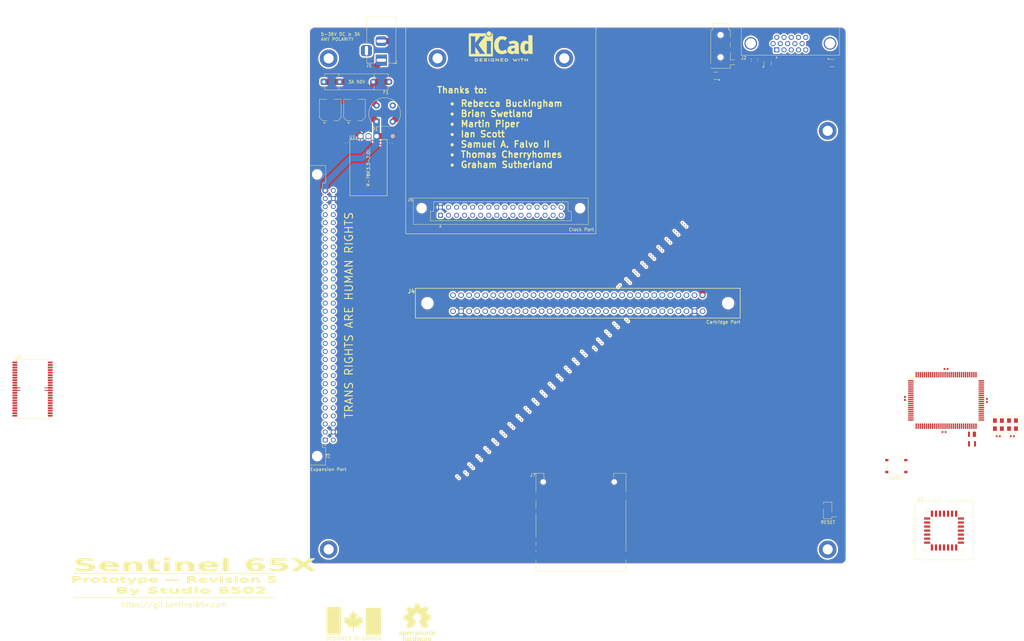
<source format=kicad_pcb>
(kicad_pcb
	(version 20240108)
	(generator "pcbnew")
	(generator_version "8.0")
	(general
		(thickness 1.6)
		(legacy_teardrops no)
	)
	(paper "B")
	(layers
		(0 "F.Cu" signal)
		(1 "In1.Cu" signal)
		(2 "In2.Cu" signal)
		(3 "In3.Cu" signal)
		(4 "In4.Cu" signal)
		(31 "B.Cu" signal)
		(32 "B.Adhes" user "B.Adhesive")
		(33 "F.Adhes" user "F.Adhesive")
		(34 "B.Paste" user)
		(35 "F.Paste" user)
		(36 "B.SilkS" user "B.Silkscreen")
		(37 "F.SilkS" user "F.Silkscreen")
		(38 "B.Mask" user)
		(39 "F.Mask" user)
		(40 "Dwgs.User" user "User.Drawings")
		(41 "Cmts.User" user "User.Comments")
		(42 "Eco1.User" user "User.Eco1")
		(43 "Eco2.User" user "User.Eco2")
		(44 "Edge.Cuts" user)
		(45 "Margin" user)
		(46 "B.CrtYd" user "B.Courtyard")
		(47 "F.CrtYd" user "F.Courtyard")
		(48 "B.Fab" user)
		(49 "F.Fab" user)
		(50 "User.1" user)
		(51 "User.2" user)
		(52 "User.3" user)
		(53 "User.4" user)
		(54 "User.5" user)
		(55 "User.6" user)
		(56 "User.7" user)
		(57 "User.8" user)
		(58 "User.9" user)
	)
	(setup
		(stackup
			(layer "F.SilkS"
				(type "Top Silk Screen")
				(color "White")
			)
			(layer "F.Paste"
				(type "Top Solder Paste")
			)
			(layer "F.Mask"
				(type "Top Solder Mask")
				(color "Red")
				(thickness 0.01)
			)
			(layer "F.Cu"
				(type "copper")
				(thickness 0.035)
			)
			(layer "dielectric 1"
				(type "prepreg")
				(color "FR4 natural")
				(thickness 0.1)
				(material "FR4")
				(epsilon_r 4.5)
				(loss_tangent 0.02)
			)
			(layer "In1.Cu"
				(type "copper")
				(thickness 0.035)
			)
			(layer "dielectric 2"
				(type "core")
				(color "FR4 natural")
				(thickness 0.535)
				(material "FR4")
				(epsilon_r 4.5)
				(loss_tangent 0.02)
			)
			(layer "In2.Cu"
				(type "copper")
				(thickness 0.035)
			)
			(layer "dielectric 3"
				(type "prepreg")
				(color "FR4 natural")
				(thickness 0.1)
				(material "FR4")
				(epsilon_r 4.5)
				(loss_tangent 0.02)
			)
			(layer "In3.Cu"
				(type "copper")
				(thickness 0.035)
			)
			(layer "dielectric 4"
				(type "core")
				(color "FR4 natural")
				(thickness 0.535)
				(material "FR4")
				(epsilon_r 4.5)
				(loss_tangent 0.02)
			)
			(layer "In4.Cu"
				(type "copper")
				(thickness 0.035)
			)
			(layer "dielectric 5"
				(type "prepreg")
				(thickness 0.1)
				(material "FR4")
				(epsilon_r 4.5)
				(loss_tangent 0.02)
			)
			(layer "B.Cu"
				(type "copper")
				(thickness 0.035)
			)
			(layer "B.Mask"
				(type "Bottom Solder Mask")
				(color "Red")
				(thickness 0.01)
			)
			(layer "B.Paste"
				(type "Bottom Solder Paste")
			)
			(layer "B.SilkS"
				(type "Bottom Silk Screen")
				(color "White")
			)
			(copper_finish "None")
			(dielectric_constraints no)
		)
		(pad_to_mask_clearance 0)
		(allow_soldermask_bridges_in_footprints no)
		(grid_origin 171.505 132.313214)
		(pcbplotparams
			(layerselection 0x00010fc_ffffffff)
			(plot_on_all_layers_selection 0x0000000_00000000)
			(disableapertmacros no)
			(usegerberextensions no)
			(usegerberattributes yes)
			(usegerberadvancedattributes yes)
			(creategerberjobfile yes)
			(dashed_line_dash_ratio 12.000000)
			(dashed_line_gap_ratio 3.000000)
			(svgprecision 4)
			(plotframeref no)
			(viasonmask no)
			(mode 1)
			(useauxorigin no)
			(hpglpennumber 1)
			(hpglpenspeed 20)
			(hpglpendiameter 15.000000)
			(pdf_front_fp_property_popups yes)
			(pdf_back_fp_property_popups yes)
			(dxfpolygonmode yes)
			(dxfimperialunits yes)
			(dxfusepcbnewfont yes)
			(psnegative no)
			(psa4output no)
			(plotreference yes)
			(plotvalue yes)
			(plotfptext yes)
			(plotinvisibletext no)
			(sketchpadsonfab no)
			(subtractmaskfromsilk no)
			(outputformat 1)
			(mirror no)
			(drillshape 1)
			(scaleselection 1)
			(outputdirectory "")
		)
	)
	(net 0 "")
	(net 1 "GND")
	(net 2 "+3.3V")
	(net 3 "V_{in}")
	(net 4 "unconnected-(J2-Pad12)")
	(net 5 "unconnected-(J2-Pad9)")
	(net 6 "unconnected-(J2-Pad15)")
	(net 7 "unconnected-(J2-Pad4)")
	(net 8 "unconnected-(J2-Pad11)")
	(net 9 "unconnected-(J3-Pin_a31-Pada31)")
	(net 10 "unconnected-(J7-DAT0-Pad7)")
	(net 11 "unconnected-(J7-CMD-Pad2)")
	(net 12 "unconnected-(J7-CLK-Pad5)")
	(net 13 "unconnected-(J7-CD{slash}DAT3-Pad1)")
	(net 14 "unconnected-(J7-DAT1-Pad8)")
	(net 15 "unconnected-(J7-DAT2-Pad9)")
	(net 16 "Net-(D2-GND)")
	(net 17 "Net-(D2-I{slash}O2)")
	(net 18 "unconnected-(D2-I{slash}O4-Pad6)")
	(net 19 "Net-(D2-I{slash}O3)")
	(net 20 "Net-(D2-I{slash}O1)")
	(net 21 "unconnected-(D3-I{slash}O3-Pad4)")
	(net 22 "unconnected-(D3-I{slash}O4-Pad6)")
	(net 23 "unconnected-(D4-I{slash}O4-Pad6)")
	(net 24 "unconnected-(D4-I{slash}O3-Pad4)")
	(net 25 "unconnected-(U2-IN-Pad3)")
	(net 26 "unconnected-(U2-IN-Pad6)")
	(net 27 "unconnected-(U2-I{slash}O-Pad25)")
	(net 28 "unconnected-(U2-IN-Pad5)")
	(net 29 "unconnected-(U2-I{slash}O-Pad19)")
	(net 30 "unconnected-(U2-IN-Pad12)")
	(net 31 "unconnected-(U2-I{slash}O-Pad20)")
	(net 32 "unconnected-(U2-I{slash}O-Pad24)")
	(net 33 "unconnected-(U2-IN-Pad4)")
	(net 34 "unconnected-(U2-IN-Pad16)")
	(net 35 "unconnected-(U2-IN-Pad7)")
	(net 36 "unconnected-(U2-IN-Pad10)")
	(net 37 "unconnected-(U2-IN-Pad13)")
	(net 38 "unconnected-(U2-IN-Pad11)")
	(net 39 "unconnected-(U2-IN-Pad9)")
	(net 40 "unconnected-(U2-I{slash}O-Pad26)")
	(net 41 "unconnected-(U2-I{slash}O-Pad17)")
	(net 42 "unconnected-(U2-I{slash}O-Pad27)")
	(net 43 "unconnected-(U2-I{slash}O-Pad23)")
	(net 44 "unconnected-(U2-I{slash}O-Pad18)")
	(net 45 "unconnected-(U2-I{slash}O-Pad21)")
	(net 46 "unconnected-(U2-IN-Pad2)")
	(net 47 "Net-(D1-Pad2)")
	(net 48 "Net-(D1-Pad4)")
	(net 49 "unconnected-(J1-MountPin-PadMP)")
	(net 50 "/Expansion Ports/I2C_SCL")
	(net 51 "/Expansion Ports/~{IRQ}")
	(net 52 "/Expansion Ports/RXD")
	(net 53 "/Expansion Ports/R_AUDIO")
	(net 54 "/Expansion Ports/I2C_SDA")
	(net 55 "/Expansion Ports/RTS")
	(net 56 "/Expansion Ports/TXD")
	(net 57 "/Expansion Ports/~{NMI}")
	(net 58 "/Expansion Ports/~{BOOT_SEL}")
	(net 59 "/Expansion Ports/CTS")
	(net 60 "/Expansion Ports/L_AUDIO")
	(net 61 "/Audio & Video/VSYNC")
	(net 62 "/Audio & Video/HSYNC")
	(net 63 "/Audio & Video/R_AUDIO")
	(net 64 "/Audio & Video/L_AUDIO")
	(net 65 "unconnected-(J7-WRITE PROTECT-PadWP)")
	(net 66 "unconnected-(J7-SHELL-PadSH)")
	(net 67 "unconnected-(J7-CARD_DETECT-PadCP)")
	(net 68 "unconnected-(J7-SWITCH-PadSW)")
	(net 69 "unconnected-(U4-~{OE}-Pad37)")
	(net 70 "unconnected-(U4-A2-Pad5)")
	(net 71 "unconnected-(U4-D7-Pad36)")
	(net 72 "unconnected-(U4-A19-Pad25)")
	(net 73 "unconnected-(U4-D6-Pad35)")
	(net 74 "unconnected-(U4-A18-Pad41)")
	(net 75 "unconnected-(U4-A7-Pad18)")
	(net 76 "unconnected-(U4-A5-Pad16)")
	(net 77 "unconnected-(U4-NC-Pad24)")
	(net 78 "unconnected-(U4-NC-Pad22)")
	(net 79 "unconnected-(U4-D5-Pad32)")
	(net 80 "unconnected-(U4-A10-Pad26)")
	(net 81 "unconnected-(U4-A15-Pad38)")
	(net 82 "unconnected-(U4-A9-Pad20)")
	(net 83 "unconnected-(U4-~{CE}-Pad8)")
	(net 84 "unconnected-(U4-NC-Pad1)")
	(net 85 "unconnected-(U4-A13-Pad29)")
	(net 86 "unconnected-(U4-A4-Pad7)")
	(net 87 "unconnected-(U4-D4-Pad31)")
	(net 88 "unconnected-(U4-A20-Pad42)")
	(net 89 "unconnected-(U4-A11-Pad27)")
	(net 90 "unconnected-(U4-NC-Pad23)")
	(net 91 "unconnected-(U4-A6-Pad17)")
	(net 92 "unconnected-(U4-A8-Pad19)")
	(net 93 "unconnected-(U4-A0-Pad3)")
	(net 94 "unconnected-(U4-A14-Pad30)")
	(net 95 "unconnected-(U4-NC-Pad21)")
	(net 96 "unconnected-(U4-A17-Pad40)")
	(net 97 "unconnected-(U4-A12-Pad28)")
	(net 98 "unconnected-(U4-NC-Pad43)")
	(net 99 "unconnected-(U4-A1-Pad4)")
	(net 100 "unconnected-(U4-A3-Pad6)")
	(net 101 "unconnected-(U4-NC-Pad44)")
	(net 102 "unconnected-(U4-D3-Pad14)")
	(net 103 "unconnected-(U4-D0-Pad9)")
	(net 104 "unconnected-(U4-D2-Pad13)")
	(net 105 "unconnected-(U4-NC-Pad2)")
	(net 106 "unconnected-(U4-D1-Pad10)")
	(net 107 "unconnected-(U4-A16-Pad39)")
	(net 108 "unconnected-(U4-~{WE}-Pad15)")
	(net 109 "unconnected-(U5-NC-Pad77)")
	(net 110 "unconnected-(U5-NC-Pad28)")
	(net 111 "unconnected-(U5-P4.0-Pad96)")
	(net 112 "unconnected-(U5-NC-Pad52)")
	(net 113 "unconnected-(U5-NC-Pad78)")
	(net 114 "unconnected-(U5-P5.1-Pad9)")
	(net 115 "unconnected-(U5-BA-Pad39)")
	(net 116 "unconnected-(U5-P4.7-Pad7)")
	(net 117 "unconnected-(U5-NC-Pad1)")
	(net 118 "unconnected-(U5-P6.0-Pad18)")
	(net 119 "unconnected-(U5-P5.3-Pad11)")
	(net 120 "unconnected-(U5-NC-Pad53)")
	(net 121 "unconnected-(U5-NC-Pad76)")
	(net 122 "TG_{1}")
	(net 123 "unconnected-(U5-RUN-Pad32)")
	(net 124 "unconnected-(U5-P4.4-Pad100)")
	(net 125 "unconnected-(U5-NC-Pad27)")
	(net 126 "unconnected-(U5-NC-Pad79)")
	(net 127 "unconnected-(U5-P5.4-Pad12)")
	(net 128 "unconnected-(U5-~{FCLKO}-Pad33)")
	(net 129 "unconnected-(U5-NC-Pad3)")
	(net 130 "unconnected-(U5-NC-Pad54)")
	(net 131 "unconnected-(U5-BE-Pad35)")
	(net 132 "unconnected-(U5-P4.6-Pad6)")
	(net 133 "unconnected-(U5-NC-Pad30)")
	(net 134 "unconnected-(U5-P5.0-Pad8)")
	(net 135 "unconnected-(U5-NC-Pad29)")
	(net 136 "unconnected-(U5-P6.7-Pad25)")
	(net 137 "unconnected-(U5-P6.6-Pad24)")
	(net 138 "unconnected-(U5-P4.1-Pad97)")
	(net 139 "unconnected-(U5-P6.5-Pad23)")
	(net 140 "unconnected-(U5-P5.6-Pad16)")
	(net 141 "unconnected-(U5-P7.2-Pad74)")
	(net 142 "unconnected-(U5-P7.3-Pad75)")
	(net 143 "unconnected-(U5-P4.3-Pad99)")
	(net 144 "unconnected-(U5-P6.1-Pad19)")
	(net 145 "TG_{0}")
	(net 146 "unconnected-(U5-P5.5-Pad13)")
	(net 147 "unconnected-(U5-P4.2-Pad98)")
	(net 148 "unconnected-(U5-R{slash}~{W}-Pad31)")
	(net 149 "unconnected-(U5-P6.3-Pad21)")
	(net 150 "unconnected-(U5-NC-Pad2)")
	(net 151 "unconnected-(U5-P5.2-Pad10)")
	(net 152 "unconnected-(U5-P6.4-Pad22)")
	(net 153 "unconnected-(U5-~{CLKO}-Pad37)")
	(net 154 "unconnected-(U5-P6.2-Pad20)")
	(net 155 "unconnected-(U5-P5.7-Pad17)")
	(net 156 "unconnected-(U5-NC-Pad4)")
	(net 157 "unconnected-(U5-NC-Pad51)")
	(net 158 "unconnected-(U5-P4.5-Pad5)")
	(net 159 "/CPU/FCLK")
	(net 160 "/CPU/CLK")
	(net 161 "~{RES}")
	(net 162 "Net-(F1-Pad1)")
	(net 163 "/Expansion Ports/BE")
	(net 164 "/Expansion Ports/SNES_DATA1")
	(net 165 "/Expansion Ports/SNES_DATA2")
	(net 166 "/Expansion Ports/SNES_DATA3")
	(net 167 "/Expansion Ports/RUN")
	(net 168 "/Expansion Ports/~{VIRQ}")
	(net 169 "/Expansion Ports/SNES_LATCH")
	(net 170 "/Expansion Ports/SNES_DATA0")
	(net 171 "/Expansion Ports/BA")
	(net 172 "/Expansion Ports/SNES_CLK")
	(net 173 "/Expansion Ports/~{CART}")
	(net 174 "/CPU/A15")
	(net 175 "/CPU/A14")
	(net 176 "/CPU/A13")
	(net 177 "/CPU/A7")
	(net 178 "/CPU/A3")
	(net 179 "/CPU/A9")
	(net 180 "/CPU/A22")
	(net 181 "/CPU/A16")
	(net 182 "/CPU/A10")
	(net 183 "/CPU/A1")
	(net 184 "/CPU/A11")
	(net 185 "/CPU/A18")
	(net 186 "/CPU/A5")
	(net 187 "/CPU/A8")
	(net 188 "/CPU/A20")
	(net 189 "/CPU/A12")
	(net 190 "/CPU/A21")
	(net 191 "/CPU/A6")
	(net 192 "/CPU/A17")
	(net 193 "/CPU/A19")
	(net 194 "/CPU/A23")
	(net 195 "/CPU/A4")
	(net 196 "/CPU/A0")
	(net 197 "/CPU/A2")
	(net 198 "PHI2")
	(net 199 "/CPU/D1")
	(net 200 "/CPU/D0")
	(net 201 "/CPU/D2")
	(net 202 "/CPU/D3")
	(net 203 "/CPU/D6")
	(net 204 "/CPU/D7")
	(net 205 "/CPU/D4")
	(net 206 "/CPU/D5")
	(net 207 "Net-(J8-Pin_2)")
	(net 208 "~{RD}")
	(net 209 "R{slash}~{W}")
	(net 210 "~{WR}")
	(net 211 "~{I{slash}O}_{0}")
	(net 212 "~{I{slash}O}_{1}")
	(net 213 "~{CS}_{7}")
	(net 214 "~{ROM}_{1}")
	(net 215 "~{RAM}_{1}")
	(net 216 "~{CS}_{6}")
	(net 217 "~{CS}_{5}")
	(net 218 "~{CS}_{4}")
	(footprint "Capacitor_SMD:C_0402_1005Metric" (layer "F.Cu") (at 267.579 58.082214 180))
	(footprint "MountingHole:MountingHole_3.2mm_M3_DIN965_Pad" (layer "F.Cu") (at 132.25 212.539214))
	(footprint "Diode_THT:Diode_Bridge_Round_D9.8mm" (layer "F.Cu") (at 147.37 77.553214 90))
	(footprint "Capacitor_SMD:C_0402_1005Metric" (layer "F.Cu") (at 339.987881 165.545773 -90))
	(footprint "Sentinel 65X Prototype 5:EDAC 345-064-520-202" (layer "F.Cu") (at 210.875 134.853214))
	(footprint "Symbol:KiCad-Logo2_8mm_SilkScreen" (layer "F.Cu") (at 186.599107 53.002214))
	(footprint "Package_QFP:PQFP-100_14x20mm_P0.65mm" (layer "F.Cu") (at 327.088478 165.531875 90))
	(footprint "Package_TO_SOT_SMD:SOT-143_Handsoldering" (layer "F.Cu") (at 335.264677 177.721933 -90))
	(footprint "Connector_DIN:DIN41612_Q_2x32_Female_Horizontal_THT" (layer "F.Cu") (at 131.176551 178.034214 90))
	(footprint "Connector_PinHeader_2.54mm:PinHeader_1x02_P2.54mm_Vertical_SMD_Pin1Left" (layer "F.Cu") (at 289.735 200.244214 180))
	(footprint "MountingHole:MountingHole_3.2mm_M3_DIN965_Pad" (layer "F.Cu") (at 132.25 57.599214))
	(footprint "Package_TO_SOT_SMD:SOT-363_SC-70-6" (layer "F.Cu") (at 291.041 59.098214))
	(footprint "Connector_Audio:Jack_3.5mm_PJ320D_Horizontal"
		(locked yes)
		(layer "F.Cu")
		(uuid "4a268aa9-d2ea-4d15-bfaa-aec64807e977")
		(at 255.923 55.014214 -90)
		(descr "Headphones with microphone connector, 3.5mm, 4 pins (http://www.qingpu-electronics.com/en/products/WQP-PJ320D-72.html)")
		(tags "3.5mm jack mic microphone phones headphones 4pins audio plug")
		(property "Reference" "J6"
			(at 0.05 -5.35 90)
			(layer "F.SilkS")
			(hide yes)
			(uuid "f76ff74e-bade-4dde-9227-aa8510170231")
			(effects
				(font
					(size 1 1)
					(thickness 0.15)
				)
			)
		)
		(property "Value" "AudioJack4"
			(at -0.025 6.35 90)
			(layer "F.Fab")
			(uuid "554c2bd0-b993-4fc9-87fa-07bf65a18d3e")
			(effects
				(font
					(size 1 1)
					(thickness 0.15)
				)
			)
		)
		(property "Footprint" "Connector_Audio:Jack_3.5mm_PJ320D_Horizontal"
			(at 0 0 -90)
			(unlocked yes)
			(layer "F.Fab")
			(hide yes)
			(uuid "fb2ea211-5052-4c36-af93-59c6532f49d2")
			(effects
				(font
					(size 1.27 1.27)
				)
			)
		)
		(property "Datasheet" ""
			(at 0 0 -90)
			(unlocked yes)
			(layer "F.Fab")
			(hide yes)
			(uuid "22ac95ab-6f98-4efe-93ad-2db96da5e762")
			(effects
				(font
					(size 1.27 1.27)
				)
			)
		)
		(property "Description" "Audio Jack, 4 Poles (TRRS)"
			(at 0 0 -90)
			(unlocked yes)
			(layer "F.Fab")
			(hide yes)
			(uuid "743ec142-782f-459c-8d2c-b471e94591ea")
			(effects
				(font
					(size 1.27 1.27)
				)
			)
		)
		(property ki_fp_filters "Jack*")
		(path "/67b2c570-9fdb-4b9e-b5d1-49ce1f99eb88/5de6599f-cddb-4f74-b4b1-582f0382914d")
		(sheetname "Audio & Video")
		(sheetfile "Audio & Video.kicad_sch")
		(attr smd)
		(fp_line
			(start 4.15 3.1)
			(end -6.375 3.1)
			(stroke
				(width 0.12)
				(type solid)
			)
			(layer "F.SilkS")
			(uuid "e7ab7322-d70d-4d7a-b5fc-471fd6e664af")
		)
		(fp_line
			(start 5.725 3.1)
			(end 5.725 -3.1)
			(stroke
				(width 0.12)
				(type solid)
			)
			(layer "F.SilkS")
			(uuid "a85d7c22-d79f-48f5-af21-d9731ffbe5e8")
		)
		(fp_line
			(start -6.375 2.5)
			(end -6.375 3.1)
			(stroke
				(width 0.12)
				(type solid)
			)
			(layer "F.SilkS")
			(uuid "ab3b1baf-ed23-4a43-b1c5-5cc96e1e1291")
		)
		(fp_line
			(start -6.375 2.5)
			(end -8.375 2.5)
			(stroke
				(width 0.12)
				(type solid)
			)
			(layer "F.SilkS")
			(uuid "7ecc158d-5610-4268-b709-8a5f66c1aeb0")
		)
		(fp_line
			(start -8.375 -2.5)
			(end -8.375 2.5)
			(stroke
				(width 0.12)
				(type solid)
			)
			(layer "F.SilkS")
			(uuid "7ec7daf8-fbc2-4173-bbe7-caf73e531adc")
		)
		(fp_line
			(start -6.375 -2.5)
			(end -8.375 -2.5)
			(stroke
				(width 0.12)
				(type solid)
			)
			(layer "F.SilkS")
			(uuid "5a0920e4-2d6b-4bea-acfa-d03453b7a31e")
		)
		(fp_line
			(start -6.375 -3.1)
			(end -6.375 -2.5)
			(stroke
				(width 0.12)
				(type solid)
			)
			(layer "F.SilkS")
			(uuid "e586b5b8-c87f-4e3d-acc0-e7973cf47258")
		)
		(fp_line
			(start -6.375 -3.1)
			(end -4 -3.1)
			(stroke
				(width 0.12)
				(type solid)
			)
			(layer "F.SilkS")
			(uuid "b5477c0d-276a-4d12-bcca-b0c8373a56b8")
		)
		(fp_line
			(start -2.35 -3.1)
			(end -1 -3.1)
			(stroke
				(width 0.12)
				(type solid)
			)
			(layer "F.SilkS")
			(uuid "5ac6cbbf-56ba-4068-9714-fae93e899ae8")
		)
		(fp_line
			(start 0.65 -3.1)
			(end 3.05 -3.1)
			(stroke
				(width 0.12)
				(type solid)
			)
			(layer "F.SilkS")
			(uuid "3ab2b047-92d8-456a-9d6f-8e33ba078a84")
		)
		(fp_line
			(start 3.05 -3.1)
			(end 3.05 -4.5)
			(stroke
				(width 0.12)
				(type solid)
			)
			(layer "F.SilkS")
			(uuid "a52187c3-2e93-49eb-b16c-247c8d7d77c2")
		)
		(fp_line
			(start 4.6 -3.1)
			(end 5.725 -3.1)
			(stroke
				(width 0.12)
				(type solid)
			)
			(layer "F.SilkS")
			(uuid "8aa8f938-09b7-4937-9134-fc61c307472e")
		)
		(fp_line
			(start 4.6 -3.1)
			(end 4.6 -4.5)
			(stroke
				(width 0.12)
				(type solid)
			)
			(layer "F.SilkS")
			(uuid "c1d32944-0e99-49d9-8950-e2fbbbacf122")
		)
		(fp_line
			(start -8.73 5)
			(end 6.07 5)
			(stroke
				(width 0.05)
				(type solid)
			)
			(layer "F.CrtYd")
			(uuid "0878c12b-9077-42d4-81ed-db9ec6f66957")
		)
		(fp_line
			(start -8.73 5)
			(end -8.73 -5)
			(stroke
				(width 0.05)
				(type solid)
			)
			(layer "F.CrtYd")
			(uuid "e1ee14c7-8b52-4450-888c-9f44d73d4249")
		)
		(fp_line
			(start 6.07 5)
			(end 6.07 -5)
			(stroke
				(width 0.05)
				(type solid)
			)
			(layer "F.CrtYd")
			(uuid "1290705c-d0b2-4a1e-a21b-b734ea1cdd2a")
		)
		(fp_line
			(start -8.73 -5)
			(end 6.07 -5)
			(stroke
				(width 0.05)
				(type solid)
			)
			(layer "F.CrtYd")
			(uuid "c6098750-7ec6-4f4a-8f63-1aba680b1625")
		)
		(fp_line
			(start -6.225 2.9)
			(end -6.225 2.3)
			(stroke
				(width 0.1)
				(type solid)
			)
			(layer "F.Fab")
			(uuid "7296b811-67f2-41e8-a058-efca826f00dd")
		)
		(fp_line
			(start 5.575 2.9)
			(end -6.225 2.9)
			(stroke
				(width 0.1)
				(type solid)
			)
			(layer "F.Fab")
			(uuid "b5364487-dcd4-41ca-b76c-93651506e28d")
		)
		(fp_line
			(start -8.225 2.3)
			(end -8.225 -2.3)
			(stroke
				(width 0.1)
				(type solid)
			)
			(layer "F.Fab")
			(uuid "db01a687-b478-43dc-aa24-eca39229d7f1")
		)
		(fp_line
			(start -6.225 2.3)
			(end -8.225 2.3)
			(stroke
				(width 0.1)
				(type solid)
			)
			(layer "F.Fab")
			(uuid "e579b831-1dec-4397-8af5-2a74fac6ca12")
		)
		(fp_line
			(start -8.225 -2.3)
			(end -6.225 -2.3)
			(stroke
				(width 0.1)
				(type solid)
			)
			(layer "F.Fab")
			(uuid "7394414b-5bd6-4db1-8d83-808fee730391")
		)
		(fp_line
			(start -6.225 -2.3)
			(end -6.225 -2.9)
			(stroke
				(width 0.1)
				(type solid)
			)
... [2378203 chars truncated]
</source>
